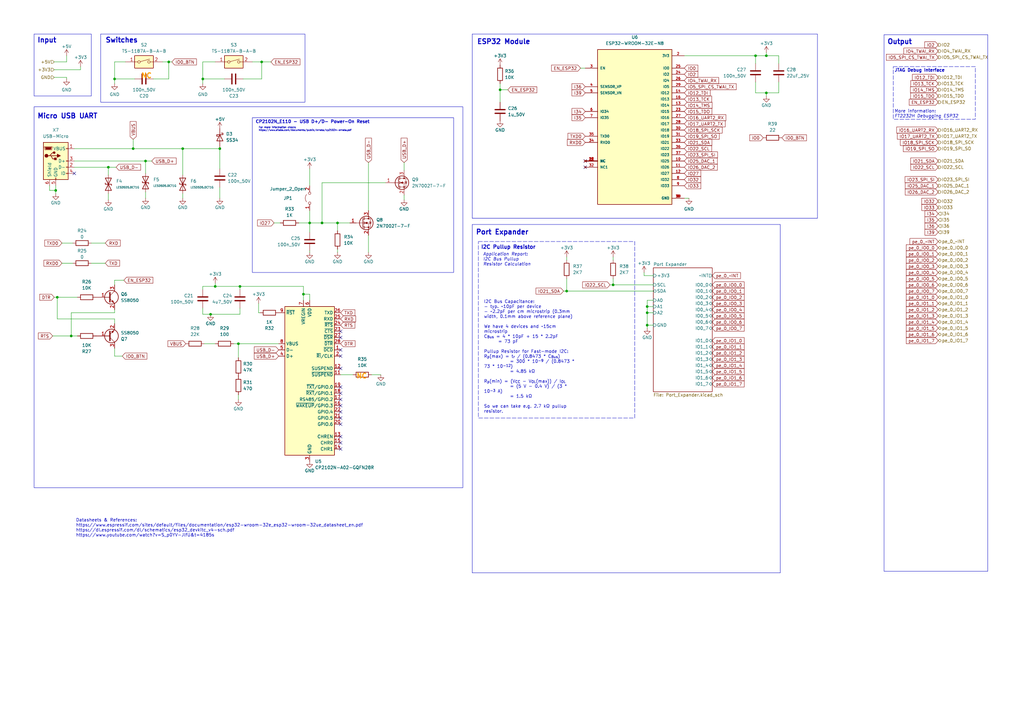
<source format=kicad_sch>
(kicad_sch (version 20231120) (generator "eeschema") (generator_version "8.0")
  (paper "A3")
  (junction (at 44.45 68.58))
  (junction (at 46.99 32.385))
  (junction (at 132.08 91.44))
  (junction (at 314.325 38.1))
  (junction (at 22.86 78.105))
  (junction (at 265.43 128.27))
  (junction (at 265.43 133.35))
  (junction (at 265.43 125.73))
  (junction (at 251.46 116.84))
  (junction (at 98.425 117.475))
  (junction (at 69.215 25.4))
  (junction (at 23.495 121.92))
  (junction (at 138.43 91.44))
  (junction (at 88.265 117.475))
  (junction (at 86.36 128.905))
  (junction (at 107.315 25.4))
  (junction (at 232.41 119.38))
  (junction (at 59.69 66.04))
  (junction (at 205.105 36.83))
  (junction (at 97.79 140.97))
  (junction (at 309.88 22.86))
  (junction (at 127 91.44))
  (junction (at 90.17 60.96))
  (junction (at 124.46 120.65))
  (junction (at 74.93 60.96))
  (junction (at 29.21 137.795))
  (junction (at 83.185 32.385))
  (junction (at 314.325 22.86))
  (junction (at 54.61 60.96))
  (no_connect (at 240.03 68.58))
  (no_connect (at 139.7 173.99))
  (no_connect (at 240.03 66.04))
  (no_connect (at 139.7 181.61))
  (no_connect (at 30.48 71.12))
  (no_connect (at 139.7 146.05))
  (no_connect (at 139.7 171.45))
  (no_connect (at 139.7 168.91))
  (no_connect (at 139.7 166.37))
  (no_connect (at 139.7 143.51))
  (no_connect (at 139.7 161.29))
  (no_connect (at 139.7 184.15))
  (no_connect (at 139.7 138.43))
  (no_connect (at 139.7 179.07))
  (no_connect (at 139.7 151.13))
  (no_connect (at 139.7 163.83))
  (no_connect (at 139.7 158.75))
  (no_connect (at 139.7 135.89))
  (wire (pts (xy 98.425 117.475) (xy 124.46 117.475)))
  (wire (pts (xy 265.43 125.73) (xy 265.43 128.27)))
  (wire (pts (xy 27.305 32.385) (xy 27.305 31.75)))
  (wire (pts (xy 124.46 120.65) (xy 127 120.65)))
  (wire (pts (xy 46.99 32.385) (xy 46.99 34.29)))
  (wire (pts (xy 90.17 60.96) (xy 90.17 60.325)))
  (wire (pts (xy 22.86 78.105) (xy 22.86 79.375)))
  (wire (pts (xy 205.105 36.83) (xy 205.105 41.91)))
  (wire (pts (xy 88.265 117.475) (xy 98.425 117.475)))
  (wire (pts (xy 232.41 105.41) (xy 232.41 106.68)))
  (wire (pts (xy 139.7 153.67) (xy 144.78 153.67)))
  (wire (pts (xy 124.46 117.475) (xy 124.46 120.65)))
  (wire (pts (xy 127 102.87) (xy 127 103.505)))
  (wire (pts (xy 27.305 31.75) (xy 22.225 31.75)))
  (wire (pts (xy 124.46 120.65) (xy 124.46 123.19)))
  (wire (pts (xy 265.43 128.27) (xy 265.43 133.35)))
  (wire (pts (xy 88.265 25.4) (xy 83.185 25.4)))
  (wire (pts (xy 98.425 128.905) (xy 98.425 126.365)))
  (wire (pts (xy 83.185 126.365) (xy 83.185 128.905)))
  (wire (pts (xy 314.325 38.1) (xy 314.325 39.37)))
  (wire (pts (xy 30.48 66.04) (xy 59.69 66.04)))
  (wire (pts (xy 21.59 137.795) (xy 29.21 137.795)))
  (wire (pts (xy 314.325 21.59) (xy 314.325 22.86)))
  (wire (pts (xy 280.67 22.86) (xy 309.88 22.86)))
  (wire (pts (xy 98.425 117.475) (xy 98.425 118.745)))
  (wire (pts (xy 22.86 76.2) (xy 22.86 78.105)))
  (wire (pts (xy 314.325 22.86) (xy 309.88 22.86)))
  (wire (pts (xy 29.21 128.27) (xy 29.21 137.795)))
  (wire (pts (xy 29.21 137.795) (xy 31.75 137.795)))
  (wire (pts (xy 27.305 25.4) (xy 27.305 22.86)))
  (wire (pts (xy 88.265 117.475) (xy 83.185 117.475)))
  (wire (pts (xy 143.51 91.44) (xy 138.43 91.44)))
  (wire (pts (xy 99.695 32.385) (xy 107.315 32.385)))
  (wire (pts (xy 127 120.65) (xy 127 123.19)))
  (wire (pts (xy 103.505 25.4) (xy 107.315 25.4)))
  (wire (pts (xy 97.79 140.97) (xy 114.3 140.97)))
  (wire (pts (xy 46.99 114.935) (xy 46.99 116.84)))
  (wire (pts (xy 90.17 76.835) (xy 90.17 81.28)))
  (wire (pts (xy 20.32 76.2) (xy 20.32 78.105)))
  (wire (pts (xy 165.735 69.85) (xy 165.735 66.675)))
  (wire (pts (xy 83.185 117.475) (xy 83.185 118.745)))
  (wire (pts (xy 66.675 25.4) (xy 69.215 25.4)))
  (wire (pts (xy 22.225 121.92) (xy 23.495 121.92)))
  (wire (pts (xy 127 91.44) (xy 127 95.25)))
  (wire (pts (xy 69.215 25.4) (xy 69.215 32.385)))
  (wire (pts (xy 69.215 25.4) (xy 70.485 25.4)))
  (wire (pts (xy 132.08 91.44) (xy 127 91.44)))
  (wire (pts (xy 280.67 81.28) (xy 282.575 81.28)))
  (wire (pts (xy 46.99 25.4) (xy 46.99 32.385)))
  (wire (pts (xy 59.69 78.74) (xy 59.69 81.28)))
  (wire (pts (xy 62.865 32.385) (xy 69.215 32.385)))
  (wire (pts (xy 309.88 38.1) (xy 309.88 33.655)))
  (wire (pts (xy 33.02 28.575) (xy 22.225 28.575)))
  (wire (pts (xy 232.41 119.38) (xy 267.97 119.38)))
  (wire (pts (xy 33.02 27.305) (xy 33.02 28.575)))
  (wire (pts (xy 59.69 71.12) (xy 59.69 66.04)))
  (wire (pts (xy 46.99 130.81) (xy 23.495 130.81)))
  (wire (pts (xy 54.61 60.96) (xy 74.93 60.96)))
  (wire (pts (xy 83.185 32.385) (xy 92.075 32.385)))
  (wire (pts (xy 264.16 111.76) (xy 264.16 113.03)))
  (wire (pts (xy 30.48 60.96) (xy 54.61 60.96)))
  (wire (pts (xy 30.48 68.58) (xy 44.45 68.58)))
  (wire (pts (xy 111.125 25.4) (xy 107.315 25.4)))
  (wire (pts (xy 251.46 105.41) (xy 251.46 106.68)))
  (wire (pts (xy 319.405 38.1) (xy 314.325 38.1)))
  (wire (pts (xy 37.465 107.95) (xy 43.18 107.95)))
  (wire (pts (xy 127 69.215) (xy 127 76.2)))
  (wire (pts (xy 74.93 79.375) (xy 74.93 81.28)))
  (wire (pts (xy 90.17 60.96) (xy 90.17 69.215)))
  (wire (pts (xy 46.99 127) (xy 46.99 128.27)))
  (wire (pts (xy 46.99 146.05) (xy 50.165 146.05)))
  (wire (pts (xy 319.405 26.035) (xy 319.405 22.86)))
  (wire (pts (xy 232.41 119.38) (xy 232.41 114.3)))
  (wire (pts (xy 44.45 79.375) (xy 44.45 81.915)))
  (wire (pts (xy 25.4 99.695) (xy 29.845 99.695)))
  (wire (pts (xy 251.46 116.84) (xy 250.19 116.84)))
  (wire (pts (xy 265.43 133.35) (xy 267.97 133.35)))
  (wire (pts (xy 158.115 74.93) (xy 132.08 74.93)))
  (wire (pts (xy 231.14 119.38) (xy 232.41 119.38)))
  (wire (pts (xy 314.325 38.1) (xy 309.88 38.1)))
  (wire (pts (xy 83.185 128.905) (xy 86.36 128.905)))
  (wire (pts (xy 152.4 153.67) (xy 156.21 153.67)))
  (wire (pts (xy 106.045 128.27) (xy 106.045 124.46)))
  (wire (pts (xy 132.08 91.44) (xy 138.43 91.44)))
  (wire (pts (xy 22.225 25.4) (xy 27.305 25.4)))
  (wire (pts (xy 95.885 140.97) (xy 97.79 140.97)))
  (wire (pts (xy 50.8 114.935) (xy 46.99 114.935)))
  (wire (pts (xy 46.99 142.875) (xy 46.99 146.05)))
  (wire (pts (xy 23.495 130.81) (xy 23.495 121.92)))
  (wire (pts (xy 107.315 25.4) (xy 107.315 32.385)))
  (wire (pts (xy 46.99 128.27) (xy 29.21 128.27)))
  (wire (pts (xy 205.105 34.29) (xy 205.105 36.83)))
  (wire (pts (xy 138.43 102.235) (xy 138.43 103.505)))
  (wire (pts (xy 208.28 36.83) (xy 205.105 36.83)))
  (wire (pts (xy 106.68 128.27) (xy 106.045 128.27)))
  (wire (pts (xy 25.4 107.95) (xy 29.845 107.95)))
  (wire (pts (xy 51.435 25.4) (xy 46.99 25.4)))
  (wire (pts (xy 319.405 33.655) (xy 319.405 38.1)))
  (wire (pts (xy 264.16 113.03) (xy 267.97 113.03)))
  (wire (pts (xy 74.93 60.96) (xy 74.93 71.755)))
  (wire (pts (xy 151.13 96.52) (xy 151.13 103.505)))
  (wire (pts (xy 238.125 27.94) (xy 240.03 27.94)))
  (wire (pts (xy 267.97 128.27) (xy 265.43 128.27)))
  (wire (pts (xy 20.32 78.105) (xy 22.86 78.105)))
  (wire (pts (xy 59.69 66.04) (xy 62.23 66.04)))
  (wire (pts (xy 46.99 132.715) (xy 46.99 130.81)))
  (wire (pts (xy 265.43 134.62) (xy 265.43 133.35)))
  (wire (pts (xy 23.495 121.92) (xy 31.75 121.92)))
  (wire (pts (xy 151.13 86.36) (xy 151.13 66.675)))
  (wire (pts (xy 319.405 22.86) (xy 314.325 22.86)))
  (wire (pts (xy 37.465 99.695) (xy 43.18 99.695)))
  (wire (pts (xy 55.245 32.385) (xy 46.99 32.385)))
  (wire (pts (xy 97.79 140.97) (xy 97.79 146.685)))
  (wire (pts (xy 83.185 25.4) (xy 83.185 32.385)))
  (wire (pts (xy 44.45 68.58) (xy 47.625 68.58)))
  (wire (pts (xy 88.265 116.205) (xy 88.265 117.475)))
  (wire (pts (xy 309.88 22.86) (xy 309.88 26.035)))
  (wire (pts (xy 251.46 114.3) (xy 251.46 116.84)))
  (wire (pts (xy 122.555 91.44) (xy 127 91.44)))
  (wire (pts (xy 251.46 116.84) (xy 267.97 116.84)))
  (wire (pts (xy 83.185 32.385) (xy 83.185 34.29)))
  (wire (pts (xy 54.61 57.15) (xy 54.61 60.96)))
  (wire (pts (xy 132.08 74.93) (xy 132.08 91.44)))
  (wire (pts (xy 127 86.36) (xy 127 91.44)))
  (wire (pts (xy 138.43 91.44) (xy 138.43 94.615)))
  (wire (pts (xy 44.45 71.755) (xy 44.45 68.58)))
  (wire (pts (xy 97.79 163.83) (xy 97.79 161.925)))
  (wire (pts (xy 265.43 123.19) (xy 265.43 125.73)))
  (wire (pts (xy 267.97 123.19) (xy 265.43 123.19)))
  (wire (pts (xy 74.93 60.96) (xy 90.17 60.96)))
  (wire (pts (xy 83.82 140.97) (xy 88.265 140.97)))
  (wire (pts (xy 165.735 81.915) (xy 165.735 80.01)))
  (wire (pts (xy 112.395 91.44) (xy 114.935 91.44)))
  (wire (pts (xy 86.36 128.905) (xy 98.425 128.905)))
  (wire (pts (xy 267.97 125.73) (xy 265.43 125.73)))
  (rectangle (start 193.675 92.075) (end 320.04 234.95))
  (rectangle (start 366.395 27.305) (end 400.05 48.895) (stroke (width 0) (type dash)))
  (rectangle (start 196.215 99.06) (end 260.35 171.45) (stroke (width 0) (type dash)))
  (rectangle (start 362.585 14.224) (end 405.13 234.315))
  (rectangle (start 13.97 13.97) (end 37.465 39.37))
  (rectangle (start 103.505 48.26) (end 186.055 111.76))
  (rectangle (start 13.97 43.815) (end 189.865 200.025))
  (rectangle (start 193.675 13.97) (end 335.28 89.535))
  (rectangle (start 41.275 13.97) (end 125.095 41.91))
  (text_box "I2C Bus Capacitance:\n- typ. ~10pF per device \n- ~2.2pF per cm microstrip (0.3mm width, 0.1mm above reference plane)\n\nWe have 4 devices and ~15cm microstrip\nC_{Bus} = 4 * 10pF + 15 * 2.2pF\n      = 73 pF\n\nPullup Resistor for Fast-mode I2C:\nR_{p}(max) = t_{r} / (0.8473 * C_{Bus})\n           = 300 * 10^{-9} / (0.8473 * 73 * 10^{-12})\n           = 4.85 kΩ\n\nR_{p}(min) = (V_{CC} - V_{OL}(max)) / I_{OL}\n           = (5 V - 0.4 V) / (3 * 10^{-3} A)\n           = 1.5 kΩ\n\nSo we can take e.g. 2.7 kΩ pullup resistor." (at 197.485 121.92 0) (size 40.64 42.291) (stroke (width -0.0001)) (effects (font (size 1.27 1.27)) (justify left top)))
  (text "Application Report:\nI2C Bus Pullup \nResistor Calculation" (at 198.12 106.426 0) (effects (font (size 1.27 1.27) (italic yes)) (justify left)))
  (text "More information:\n" (at 375.412 45.72 0) (effects (font (size 1.27 1.27))))
  (text "Port Expander" (at 195.072 96.52 0) (effects (font (size 2 2) (bold yes)) (justify left bottom)))
  (text "NC" (at 146.05 155.575 0) (effects (font (size 2 2) (thickness 0.4) (bold yes)) (justify left bottom)))
  (text "For more information check:\nhttps://www.silabs.com/documents/public/errata/cp2102n-errata.pdf" (at 106.045 53.975 0) (effects (font (size 0.7 0.7)) (justify left bottom)))
  (text "Datasheets & References:\nhttps://www.espressif.com/sites/default/files/documentation/esp32-wroom-32e_esp32-wroom-32ue_datasheet_en.pdf\nhttps://dl.espressif.com/dl/schematics/esp32_devkitc_v4-sch.pdf\nhttps://www.youtube.com/watch?v=S_p0YV-JlfU&t=4185s" (at 31.115 220.345 0) (effects (font (size 1.27 1.27)) (justify left bottom)))
  (text "I2C Pullup Resistor" (at 197.231 102.362 0) (effects (font (size 1.5 1.5) (bold yes)) (justify left bottom)))
  (text "Switches" (at 43.18 17.78 0) (effects (font (size 2 2) (thickness 0.4) (bold yes)) (justify left bottom)))
  (text "Micro USB UART" (at 15.24 48.895 0) (effects (font (size 2 2) (bold yes)) (justify left bottom)))
  (text "ESP32 Module" (at 195.58 18.415 0) (effects (font (size 2 2) (bold yes)) (justify left bottom)))
  (text "CP2102N_E110 - USB D+/D- Power-On Reset" (at 104.775 50.8 0) (effects (font (size 1.27 1.27) (thickness 0.254) (bold yes)) (justify left bottom)))
  (text "NC" (at 57.785 32.385 0) (effects (font (size 2 2) (thickness 0.4) (bold yes)) (justify left bottom)))
  (text "Output" (at 363.855 18.415 0) (effects (font (size 2 2) (thickness 0.4) (bold yes)) (justify left bottom)))
  (text "JTAG Debug Interface" (at 377.19 28.956 0) (effects (font (size 1.27 1.27) (thickness 0.254) (bold yes))))
  (text "FT2232H Debugging ESP32" (at 379.984 47.752 0) (effects (font (size 1.27 1.27) (italic yes))))
  (text "Input" (at 15.24 17.78 0) (effects (font (size 2 2) (thickness 0.4) (bold yes)) (justify left bottom)))
  (global_label "pe_0_IO0_6" (shape input) (at 384.81 116.84 180) (property "Intersheetrefs" "${INTERSHEET_REFS}" (effects (hide yes))))
  (global_label "IO22_SCL" (shape input) (at 280.67 60.96 0) (property "Intersheetrefs" "${INTERSHEET_REFS}" (effects (hide yes))))
  (global_label "IO5_SPI_CS_TWAI_TX" (shape input) (at 384.81 23.495 180) (property "Intersheetrefs" "${INTERSHEET_REFS}" (effects (hide yes))))
  (global_label "RTS" (shape input) (at 21.59 137.795 180) (property "Intersheetrefs" "${INTERSHEET_REFS}" (effects (hide yes))))
  (global_label "IO22_SCL" (shape input) (at 250.19 116.84 180) (property "Intersheetrefs" "${INTERSHEET_REFS}" (effects (hide yes))))
  (global_label "USB_D-" (shape input) (at 114.3 143.51 180) (property "Intersheetrefs" "${INTERSHEET_REFS}" (effects (hide yes))))
  (global_label "I35" (shape input) (at 240.03 48.26 180) (property "Intersheetrefs" "${INTERSHEET_REFS}" (effects (hide yes))))
  (global_label "IO0_BTN" (shape input) (at 70.485 25.4 0) (property "Intersheetrefs" "${INTERSHEET_REFS}" (effects (hide yes))))
  (global_label "USB_D+" (shape input) (at 62.23 66.04 0) (property "Intersheetrefs" "${INTERSHEET_REFS}" (effects (hide yes))))
  (global_label "pe_0_IO0_1" (shape input) (at 384.81 104.14 180) (property "Intersheetrefs" "${INTERSHEET_REFS}" (effects (hide yes))))
  (global_label "IO2" (shape input) (at 280.67 30.48 0) (property "Intersheetrefs" "${INTERSHEET_REFS}" (effects (hide yes))))
  (global_label "pe_0_IO0_2" (shape input) (at 384.81 106.68 180) (property "Intersheetrefs" "${INTERSHEET_REFS}" (effects (hide yes))))
  (global_label "IO13_TCK" (shape input) (at 280.67 40.64 0) (property "Intersheetrefs" "${INTERSHEET_REFS}" (effects (hide yes))))
  (global_label "IO16_UART2_RX" (shape input) (at 384.81 53.34 180) (property "Intersheetrefs" "${INTERSHEET_REFS}" (effects (hide yes))))
  (global_label "IO19_SPI_SO" (shape input) (at 384.81 60.96 180) (property "Intersheetrefs" "${INTERSHEET_REFS}" (effects (hide yes))))
  (global_label "I34" (shape input) (at 240.03 45.72 180) (property "Intersheetrefs" "${INTERSHEET_REFS}" (effects (hide yes))))
  (global_label "TXD0" (shape input) (at 25.4 99.695 180) (property "Intersheetrefs" "${INTERSHEET_REFS}" (effects (hide yes))))
  (global_label "IO0" (shape input) (at 313.055 56.515 180) (property "Intersheetrefs" "${INTERSHEET_REFS}" (effects (hide yes))))
  (global_label "pe_0_IO0_5" (shape input) (at 384.81 114.3 180) (property "Intersheetrefs" "${INTERSHEET_REFS}" (effects (hide yes))))
  (global_label "pe_0_IO1_4" (shape input) (at 384.81 132.08 180) (property "Intersheetrefs" "${INTERSHEET_REFS}" (effects (hide yes))))
  (global_label "pe_0_IO0_2" (shape input) (at 292.1 121.92 0) (property "Intersheetrefs" "${INTERSHEET_REFS}" (effects (hide yes))))
  (global_label "pe_0_IO1_6" (shape input) (at 292.1 154.94 0) (property "Intersheetrefs" "${INTERSHEET_REFS}" (effects (hide yes))))
  (global_label "IO5_SPI_CS_TWAI_TX" (shape input) (at 280.67 35.56 0) (property "Intersheetrefs" "${INTERSHEET_REFS}" (effects (hide yes))))
  (global_label "IO14_TMS" (shape input) (at 280.67 43.18 0) (property "Intersheetrefs" "${INTERSHEET_REFS}" (effects (hide yes))))
  (global_label "IO23_SPI_SI" (shape input) (at 280.67 63.5 0) (property "Intersheetrefs" "${INTERSHEET_REFS}" (effects (hide yes))))
  (global_label "IO19_SPI_SO" (shape input) (at 280.67 55.88 0) (property "Intersheetrefs" "${INTERSHEET_REFS}" (effects (hide yes))))
  (global_label "IO0_BTN" (shape input) (at 320.675 56.515 0) (property "Intersheetrefs" "${INTERSHEET_REFS}" (effects (hide yes))))
  (global_label "USB_D-" (shape input) (at 47.625 68.58 0) (property "Intersheetrefs" "${INTERSHEET_REFS}" (effects (hide yes))))
  (global_label "USB_D+" (shape input) (at 165.735 66.675 90) (property "Intersheetrefs" "${INTERSHEET_REFS}" (effects (hide yes))))
  (global_label "IO32" (shape input) (at 384.81 82.55 180) (property "Intersheetrefs" "${INTERSHEET_REFS}" (effects (hide yes))))
  (global_label "RTS" (shape input) (at 139.7 133.35 0) (property "Intersheetrefs" "${INTERSHEET_REFS}" (effects (hide yes))))
  (global_label "pe_0_IO0_3" (shape input) (at 384.81 109.22 180) (property "Intersheetrefs" "${INTERSHEET_REFS}" (effects (hide yes))))
  (global_label "IO16_UART2_RX" (shape input) (at 280.67 48.26 0) (property "Intersheetrefs" "${INTERSHEET_REFS}" (effects (hide yes))))
  (global_label "TXD" (shape input) (at 43.18 107.95 0) (property "Intersheetrefs" "${INTERSHEET_REFS}" (effects (hide yes))))
  (global_label "IO26_DAC_2" (shape input) (at 384.81 78.74 180) (property "Intersheetrefs" "${INTERSHEET_REFS}" (effects (hide yes))))
  (global_label "IO13_TCK" (shape input) (at 384.81 34.29 180) (property "Intersheetrefs" "${INTERSHEET_REFS}" (effects (hide yes))))
  (global_label "IO33" (shape input) (at 280.67 76.2 0) (property "Intersheetrefs" "${INTERSHEET_REFS}" (effects (hide yes))))
  (global_label "IO15_TDO" (shape input) (at 280.67 45.72 0) (property "Intersheetrefs" "${INTERSHEET_REFS}" (effects (hide yes))))
  (global_label "IO21_SDA" (shape input) (at 231.14 119.38 180) (property "Intersheetrefs" "${INTERSHEET_REFS}" (effects (hide yes))))
  (global_label "EN_ESP32" (shape input) (at 238.125 27.94 180) (property "Intersheetrefs" "${INTERSHEET_REFS}" (effects (hide yes))))
  (global_label "pe_0_IO1_7" (shape input) (at 292.1 157.48 0) (property "Intersheetrefs" "${INTERSHEET_REFS}" (effects (hide yes))))
  (global_label "pe_0_IO0_1" (shape input) (at 292.1 119.38 0) (property "Intersheetrefs" "${INTERSHEET_REFS}" (effects (hide yes))))
  (global_label "pe_0_IO1_3" (shape input) (at 292.1 147.32 0) (property "Intersheetrefs" "${INTERSHEET_REFS}" (effects (hide yes))))
  (global_label "EN_ESP32" (shape input) (at 111.125 25.4 0) (property "Intersheetrefs" "${INTERSHEET_REFS}" (effects (hide yes))))
  (global_label "IO25_DAC_1" (shape input) (at 384.81 76.2 180) (property "Intersheetrefs" "${INTERSHEET_REFS}" (effects (hide yes))))
  (global_label "IO4_TWAI_RX" (shape input) (at 384.81 20.955 180) (property "Intersheetrefs" "${INTERSHEET_REFS}" (effects (hide yes))))
  (global_label "TXD" (shape input) (at 139.7 128.27 0) (property "Intersheetrefs" "${INTERSHEET_REFS}" (effects (hide yes))))
  (global_label "IO17_UART2_TX" (shape input) (at 384.81 55.88 180) (property "Intersheetrefs" "${INTERSHEET_REFS}" (effects (hide yes))))
  (global_label "IO17_UART2_TX" (shape input) (at 280.67 50.8 0) (property "Intersheetrefs" "${INTERSHEET_REFS}" (effects (hide yes))))
  (global_label "pe_0_IO0_6" (shape input) (at 292.1 132.08 0) (property "Intersheetrefs" "${INTERSHEET_REFS}" (effects (hide yes))))
  (global_label "RXD0" (shape input) (at 240.03 58.42 180) (property "Intersheetrefs" "${INTERSHEET_REFS}" (effects (hide yes))))
  (global_label "USB_D+" (shape input) (at 114.3 146.05 180) (property "Intersheetrefs" "${INTERSHEET_REFS}" (effects (hide yes))))
  (global_label "RXD" (shape input) (at 139.7 130.81 0) (property "Intersheetrefs" "${INTERSHEET_REFS}" (effects (hide yes))))
  (global_label "I35" (shape input) (at 384.81 90.17 180) (property "Intersheetrefs" "${INTERSHEET_REFS}" (effects (hide yes))))
  (global_label "EN_ESP32" (shape input) (at 50.8 114.935 0) (property "Intersheetrefs" "${INTERSHEET_REFS}" (effects (hide yes))))
  (global_label "IO0" (shape input) (at 280.67 27.94 0) (property "Intersheetrefs" "${INTERSHEET_REFS}" (effects (hide yes))))
  (global_label "IO2" (shape input) (at 384.81 18.415 180) (property "Intersheetrefs" "${INTERSHEET_REFS}" (effects (hide yes))))
  (global_label "pe_0_IO1_1" (shape input) (at 292.1 142.24 0) (property "Intersheetrefs" "${INTERSHEET_REFS}" (effects (hide yes))))
  (global_label "EN_ESP32" (shape input) (at 384.81 41.91 180) (property "Intersheetrefs" "${INTERSHEET_REFS}" (effects (hide yes))))
  (global_label "pe_0_IO0_0" (shape input) (at 292.1 116.84 0) (property "Intersheetrefs" "${INTERSHEET_REFS}" (effects (hide yes))))
  (global_label "IO0_BTN" (shape input) (at 50.165 146.05 0) (property "Intersheetrefs" "${INTERSHEET_REFS}" (effects (hide yes))))
  (global_label "pe_0_IO1_0" (shape input) (at 384.81 121.92 180) (property "Intersheetrefs" "${INTERSHEET_REFS}" (effects (hide yes))))
  (global_label "VBUS" (shape input) (at 54.61 57.15 90) (property "Intersheetrefs" "${INTERSHEET_REFS}" (effects (hide yes))))
  (global_label "I34" (shape input) (at 384.81 87.63 180) (property "Intersheetrefs" "${INTERSHEET_REFS}" (effects (hide yes))))
  (global_label "pe_0_IO1_3" (shape input) (at 384.81 129.54 180) (property "Intersheetrefs" "${INTERSHEET_REFS}" (effects (hide yes))))
  (global_label "pe_0_IO1_2" (shape input) (at 384.81 127 180) (property "Intersheetrefs" "${INTERSHEET_REFS}" (effects (hide yes))))
  (global_label "IO18_SPI_SCK" (shape input) (at 280.67 53.34 0) (property "Intersheetrefs" "${INTERSHEET_REFS}" (effects (hide yes))))
  (global_label "IO27" (shape input) (at 112.395 91.44 180) (property "Intersheetrefs" "${INTERSHEET_REFS}" (effects (hide yes))))
  (global_label "pe_0_IO1_5" (shape input) (at 292.1 152.4 0) (property "Intersheetrefs" "${INTERSHEET_REFS}" (effects (hide yes))))
  (global_label "pe_0_IO0_7" (shape input) (at 292.1 134.62 0) (property "Intersheetrefs" "${INTERSHEET_REFS}" (effects (hide yes))))
  (global_label "I36" (shape input) (at 384.81 92.71 180) (property "Intersheetrefs" "${INTERSHEET_REFS}" (effects (hide yes))))
  (global_label "IO12_TDI" (shape input) (at 280.67 38.1 0) (property "Intersheetrefs" "${INTERSHEET_REFS}" (effects (hide yes))))
  (global_label "pe_0_IO1_1" (shape input) (at 384.81 124.46 180) (property "Intersheetrefs" "${INTERSHEET_REFS}" (effects (hide yes))))
  (global_label "IO4_TWAI_RX" (shape input) (at 280.67 33.02 0) (property "Intersheetrefs" "${INTERSHEET_REFS}" (effects (hide yes))))
  (global_label "VBUS" (shape input) (at 76.2 140.97 180) (property "Intersheetrefs" "${INTERSHEET_REFS}" (effects (hide yes))))
  (global_label "I39" (shape input) (at 384.81 95.25 180) (property "Intersheetrefs" "${INTERSHEET_REFS}" (effects (hide yes))))
  (global_label "IO21_SDA" (shape input) (at 280.67 58.42 0) (property "Intersheetrefs" "${INTERSHEET_REFS}" (effects (hide yes))))
  (global_label "pe_0_IO1_2" (shape input) (at 292.1 144.78 0) (property "Intersheetrefs" "${INTERSHEET_REFS}" (effects (hide yes))))
  (global_label "pe_0_~INT" (shape input) (at 292.1 113.03 0) (property "Intersheetrefs" "${INTERSHEET_REFS}" (effects (hide yes))))
  (global_label "pe_0_IO0_4" (shape input) (at 384.81 111.76 180) (property "Intersheetrefs" "${INTERSHEET_REFS}" (effects (hide yes))))
  (global_label "pe_0_IO0_7" (shape input) (at 384.81 119.38 180) (property "Intersheetrefs" "${INTERSHEET_REFS}" (effects (hide yes))))
  (global_label "IO12_TDI" (shape input) (at 384.81 31.75 180) (property "Intersheetrefs" "${INTERSHEET_REFS}" (effects (hide yes))))
  (global_label "pe_0_IO1_5" (shape input) (at 384.81 134.62 180) (property "Intersheetrefs" "${INTERSHEET_REFS}" (effects (hide yes))))
  (global_label "pe_0_IO0_5" (shape input) (at 292.1 129.54 0) (property "Intersheetrefs" "${INTERSHEET_REFS}" (effects (hide yes))))
  (global_label "pe_0_IO1_4" (shape input) (at 292.1 149.86 0) (property "Intersheetrefs" "${INTERSHEET_REFS}" (effects (hide yes))))
  (global_label "pe_0_IO1_0" (shape input) (at 292.1 139.7 0) (property "Intersheetrefs" "${INTERSHEET_REFS}" (effects (hide yes))))
  (global_label "IO23_SPI_SI" (shape input) (at 384.81 73.66 180) (property "Intersheetrefs" "${INTERSHEET_REFS}" (effects (hide yes))))
  (global_label "IO15_TDO" (shape input) (at 384.81 39.37 180) (property "Intersheetrefs" "${INTERSHEET_REFS}" (effects (hide yes))))
  (global_label "IO22_SCL" (shape input) (at 384.81 68.58 180) (property "Intersheetrefs" "${INTERSHEET_REFS}" (effects (hide yes))))
  (global_label "IO26_DAC_2" (shape input) (at 280.67 68.58 0) (property "Intersheetrefs" "${INTERSHEET_REFS}" (effects (hide yes))))
  (global_label "IO33" (shape input) (at 384.81 85.09 180) (property "Intersheetrefs" "${INTERSHEET_REFS}" (effects (hide yes))))
  (global_label "RXD" (shape input) (at 43.18 99.695 0) (property "Intersheetrefs" "${INTERSHEET_REFS}" (effects (hide yes))))
  (global_label "DTR" (shape input) (at 139.7 140.97 0) (property "Intersheetrefs" "${INTERSHEET_REFS}" (effects (hide yes))))
  (global_label "IO27" (shape input) (at 280.67 71.12 0) (property "Intersheetrefs" "${INTERSHEET_REFS}" (effects (hide yes))))
  (global_label "pe_0_~INT" (shape input) (at 384.81 99.06 180) (property "Intersheetrefs" "${INTERSHEET_REFS}" (effects (hide yes))))
  (global_label "RXD0" (shape input) (at 25.4 107.95 180) (property "Intersheetrefs" "${INTERSHEET_REFS}" (effects (hide yes))))
  (global_label "pe_0_IO1_7" (shape input) (at 384.81 139.7 180) (property "Intersheetrefs" "${INTERSHEET_REFS}" (effects (hide yes))))
  (global_label "I36" (shape input) (at 240.03 35.56 180) (property "Intersheetrefs" "${INTERSHEET_REFS}" (effects (hide yes))))
  (global_label "I39" (shape input) (at 240.03 38.1 180) (property "Intersheetrefs" "${INTERSHEET_REFS}" (effects (hide yes))))
  (global_label "USB_D-" (shape input) (at 151.13 66.675 90) (property "Intersheetrefs" "${INTERSHEET_REFS}" (effects (hide yes))))
  (global_label "pe_0_IO1_6" (shape input) (at 384.81 137.16 180) (property "Intersheetrefs" "${INTERSHEET_REFS}" (effects (hide yes))))
  (global_label "DTR" (shape input) (at 22.225 121.92 180) (property "Intersheetrefs" "${INTERSHEET_REFS}" (effects (hide yes))))
  (global_label "IO25_DAC_1" (shape input) (at 280.67 66.04 0) (property "Intersheetrefs" "${INTERSHEET_REFS}" (effects (hide yes))))
  (global_label "EN_ESP32" (shape input) (at 208.28 36.83 0) (property "Intersheetrefs" "${INTERSHEET_REFS}" (effects (hide yes))))
  (global_label "IO21_SDA" (shape input) (at 384.81 66.04 180) (property "Intersheetrefs" "${INTERSHEET_REFS}" (effects (hide yes))))
  (global_label "pe_0_IO0_0" (shape input) (at 384.81 101.6 180) (property "Intersheetrefs" "${INTERSHEET_REFS}" (effects (hide yes))))
  (global_label "IO14_TMS" (shape input) (at 384.81 36.83 180) (property "Intersheetrefs" "${INTERSHEET_REFS}" (effects (hide yes))))
  (global_label "pe_0_IO0_4" (shape input) (at 292.1 127 0) (property "Intersheetrefs" "${INTERSHEET_REFS}" (effects (hide yes))))
  (global_label "pe_0_IO0_3" (shape input) (at 292.1 124.46 0) (property "Intersheetrefs" "${INTERSHEET_REFS}" (effects (hide yes))))
  (global_label "IO32" (shape input) (at 280.67 73.66 0) (property "Intersheetrefs" "${INTERSHEET_REFS}" (effects (hide yes))))
  (global_label "IO18_SPI_SCK" (shape input) (at 384.81 58.42 180) (property "Intersheetrefs" "${INTERSHEET_REFS}" (effects (hide yes))))
  (global_label "TXD0" (shape input) (at 240.03 55.88 180) (property "Intersheetrefs" "${INTERSHEET_REFS}" (effects (hide yes))))
  (hierarchical_label "IO33" (shape output) (at 384.81 85.09 0))
  (hierarchical_label "IO21_SDA" (shape output) (at 384.81 66.04 0))
  (hierarchical_label "pe_0_IO1_5" (shape bidirectional) (at 384.81 134.62 0))
  (hierarchical_label "I39" (shape input) (at 384.81 95.25 0))
  (hierarchical_label "IO32" (shape output) (at 384.81 82.55 0))
  (hierarchical_label "IO2" (shape output) (at 384.81 18.415 0))
  (hierarchical_label "+5V" (shape input) (at 22.225 25.4 180))
  (hierarchical_label "pe_0_~INT" (shape bidirectional) (at 384.81 99.06 0))
  (hierarchical_label "IO26_DAC_2" (shape output) (at 384.81 78.74 0))
  (hierarchical_label "pe_0_IO1_0" (shape bidirectional) (at 384.81 121.92 0))
  (hierarchical_label "pe_0_IO1_6" (shape bidirectional) (at 384.81 137.16 0))
  (hierarchical_label "I36" (shape input) (at 384.81 92.71 0))
  (hierarchical_label "+3V3" (shape input) (at 22.225 28.575 180))
  (hierarchical_label "IO12_TDI" (shape output) (at 384.81 31.75 0))
  (hierarchical_label "pe_0_IO0_1" (shape bidirectional) (at 384.81 104.14 0))
  (hierarchical_label "pe_0_IO0_4" (shape bidirectional) (at 384.81 111.76 0))
  (hierarchical_label "I34" (shape input) (at 384.81 87.63 0))
  (hierarchical_label "IO17_UART2_TX" (shape output) (at 384.81 55.88 0))
  (hierarchical_label "pe_0_IO0_5" (shape bidirectional) (at 384.81 114.3 0))
  (hierarchical_label "pe_0_IO0_6" (shape bidirectional) (at 384.81 116.84 0))
  (hierarchical_label "pe_0_IO1_2" (shape bidirectional) (at 384.81 127 0))
  (hierarchical_label "IO4_TWAI_RX" (shape output) (at 384.81 20.955 0))
  (hierarchical_label "IO19_SPI_SO" (shape output) (at 384.81 60.96 0))
  (hierarchical_label "IO13_TCK" (shape output) (at 384.81 34.29 0))
  (hierarchical_label "I35" (shape input) (at 384.81 90.17 0))
  (hierarchical_label "IO16_UART2_RX" (shape output) (at 384.81 53.34 0))
  (hierarchical_label "pe_0_IO1_3" (shape bidirectional) (at 384.81 129.54 0))
  (hierarchical_label "pe_0_IO1_7" (shape bidirectional) (at 384.81 139.7 0))
  (hierarchical_label "IO15_TDO" (shape output) (at 384.81 39.37 0))
  (hierarchical_label "GND" (shape input) (at 22.225 31.75 180))
  (hierarchical_label "pe_0_IO0_3" (shape bidirectional) (at 384.81 109.22 0))
  (hierarchical_label "IO25_DAC_1" (shape output) (at 384.81 76.2 0))
  (hierarchical_label "EN_ESP32" (shape output) (at 384.81 41.91 0))
  (hierarchical_label "pe_0_IO0_0" (shape bidirectional) (at 384.81 101.6 0))
  (hierarchical_label "pe_0_IO0_2" (shape bidirectional) (at 384.81 106.68 0))
  (hierarchical_label "pe_0_IO1_4" (shape bidirectional) (at 384.81 132.08 0))
  (hierarchical_label "pe_0_IO1_1" (shape bidirectional) (at 384.81 124.46 0))
  (hierarchical_label "IO22_SCL" (shape output) (at 384.81 68.58 0))
  (hierarchical_label "IO23_SPI_SI" (shape output) (at 384.81 73.66 0))
  (hierarchical_label "pe_0_IO0_7" (shape bidirectional) (at 384.81 119.38 0))
  (hierarchical_label "IO18_SPI_SCK" (shape output) (at 384.81 58.42 0))
  (hierarchical_label "IO14_TMS" (shape output) (at 384.81 36.83 0))
  (hierarchical_label "IO5_SPI_CS_TWAI_TX" (shape output) (at 384.81 23.495 0))
  (symbol (lib_id "_R_0402:10K") (at 205.105 30.48 0) (unit 1)
    (property "Reference" "R36" (at 207.01 29.21 0) (effects (justify left)))
    (property "Value" "10K" (at 207.01 31.75 0) (effects (justify left)))
    (property "Footprint" "Resistor_SMD:R_0402_1005Metric" (effects (hide yes)))
    (property "MF" "UNI-ROYAL" (effects (hide yes)))
    (property "MPN" "0402WGF1002TCE" (effects (hide yes)))
    (property "OC_LCSC" "C25744" (effects (hide yes)))
  )
  (symbol (lib_id "power:+5V") (at 90.17 52.705 0) (unit 1)
    (property "Reference" "#PWR087" (effects (hide yes)))
    (property "Value" "+5V" (at 90.17 48.895 0))
  )
  (symbol (lib_id "_R_0402:22K") (at 80.01 140.97 90) (unit 1)
    (property "Reference" "R28" (at 80.01 134.62 90))
    (property "Value" "22K" (at 80.01 137.16 90))
    (property "Footprint" "Resistor_SMD:R_0402_1005Metric" (effects (hide yes)))
    (property "MF" "UNI-ROYAL" (effects (hide yes)))
    (property "MPN" "0402WGF2202TCE" (effects (hide yes)))
    (property "OC_LCSC" "C25768" (effects (hide yes)))
  )
  (symbol (lib_id "_R_0603:2K7") (at 232.41 110.49 0) (unit 1)
    (property "Reference" "R37" (at 234.95 109.2199 0) (effects (justify left)))
    (property "Value" "2K7" (at 234.95 111.7599 0) (effects (justify left)))
    (property "Footprint" "Resistor_SMD:R_0603_1608Metric" (effects (hide yes)))
    (property "Description" "Resistor 2K7 1% 100mW 75V 0603" (effects (hide yes)))
    (property "MF" "UNI-ROYAL" (effects (hide yes)))
    (property "MPN" "0603WAF2701T5E" (effects (hide yes)))
    (property "OC_LCSC" "C13167" (effects (hide yes)))
  )
  (symbol (lib_id "_C_0402:100n_50V") (at 59.055 32.385 90) (unit 1) (in_bom no)
    (property "Reference" "C20" (at 59.055 39.37 90))
    (property "Value" "100n_50V" (at 59.055 36.83 90))
    (property "Footprint" "Capacitor_SMD:C_0402_1005Metric" (effects (hide yes)))
    (property "Datasheet" "https://product.samsungsem.com/mlcc/CL05B104KB54PN.do" (effects (hide yes)))
    (property "MF" "Samsung Electro-Mechanics" (effects (hide yes)))
    (property "MPN" "CL05B104KB54PNC" (effects (hide yes)))
    (property "OC_LCSC" "C307331" (effects (hide yes)))
  )
  (symbol (lib_id "power:GND") (at 151.13 103.505 0) (unit 1)
    (property "Reference" "#PWR095" (effects (hide yes)))
    (property "Value" "GND" (at 151.13 107.315 0))
  )
  (symbol (lib_id "power:GND") (at 282.575 81.28 0) (unit 1)
    (property "Reference" "#PWR0104" (effects (hide yes)))
    (property "Value" "GND" (at 282.575 85.725 0))
  )
  (symbol (lib_id "power:+3V3") (at 205.105 26.67 0) (unit 1)
    (property "Reference" "#PWR098" (effects (hide yes)))
    (property "Value" "+3V3" (at 205.105 22.86 0))
  )
  (symbol (lib_id "_C_1206:4u7_50V") (at 98.425 122.555 0) (mirror y) (unit 1)
    (property "Reference" "C24" (at 95.25 121.285 0) (effects (justify left)))
    (property "Value" "4u7_50V" (at 95.25 123.825 0) (effects (justify left)))
    (property "Footprint" "Capacitor_SMD:C_1206_3216Metric" (effects (hide yes)))
    (property "MF" "FH" (effects (hide yes)))
    (property "MPN" "1206B475K500NT" (effects (hide yes)))
    (property "OC_LCSC" "C29823" (effects (hide yes)))
  )
  (symbol (lib_id "_C_0402:100n_50V") (at 127 99.06 0) (mirror y) (unit 1)
    (property "Reference" "C25" (at 123.19 97.79 0) (effects (justify left)))
    (property "Value" "100n_50V" (at 123.19 100.33 0) (effects (justify left)))
    (property "Footprint" "Capacitor_SMD:C_0402_1005Metric" (effects (hide yes)))
    (property "Datasheet" "https://product.samsungsem.com/mlcc/CL05B104KB54PN.do" (effects (hide yes)))
    (property "MF" "Samsung Electro-Mechanics" (effects (hide yes)))
    (property "MPN" "CL05B104KB54PNC" (effects (hide yes)))
    (property "OC_LCSC" "C307331" (effects (hide yes)))
  )
  (symbol (lib_id "_Switch:TS-1187A-B-A-B") (at 95.885 25.4 0) (unit 1)
    (property "Reference" "S3" (at 95.885 18.415 0))
    (property "Value" "TS-1187A-B-A-B" (at 95.885 20.955 0))
    (property "Footprint" "Robast:SW_TS-1187" (effects (hide yes)))
    (property "Datasheet" "https://datasheet.lcsc.com/lcsc/2304140030_XKB-Connectivity-TS-1187A-B-A-B_C318884.pdf" (effects (hide yes)))
    (property "MF" "XKB Connectivity" (effects (hide yes)))
    (property "MPN" "TS-1187A-B-A-B" (effects (hide yes)))
    (property "OC_LCSC" "C318884" (effects (hide yes)))
  )
  (symbol (lib_id "_Diode_TVS:LESD5D5.0CT1G") (at 44.45 75.565 90) (unit 1)
    (property "Reference" "F4" (at 47.625 74.295 90) (effects (justify right)))
    (property "Value" "LESD5D5.0CT1G" (at 47.625 76.835 90) (effects (font (size 0.8 0.8)) (justify right)))
    (property "Footprint" "Diode_SMD:D_SOD-523" (effects (hide yes)))
    (property "Datasheet" "https://datasheet.lcsc.com/lcsc/1912111437_LRC-LESD5D5-0CT1G_C383211.pdf" (effects (hide yes)))
    (property "MF" "LRC" (effects (hide yes)))
    (property "MPN" "LESD5D5.0CT1G" (effects (hide yes)))
    (property "OC_LCSC" "C383211" (effects (hide yes)))
  )
  (symbol (lib_id "power:+3V3") (at 33.02 27.305 0) (unit 1)
    (property "Reference" "#PWR079" (effects (hide yes)))
    (property "Value" "+3V3" (at 33.02 23.495 0))
  )
  (symbol (lib_id "_Switch:TS-1187A-B-A-B") (at 59.055 25.4 0) (unit 1)
    (property "Reference" "S2" (at 59.055 18.415 0))
    (property "Value" "TS-1187A-B-A-B" (at 59.055 20.955 0))
    (property "Footprint" "Robast:SW_TS-1187" (effects (hide yes)))
    (property "Datasheet" "https://datasheet.lcsc.com/lcsc/2304140030_XKB-Connectivity-TS-1187A-B-A-B_C318884.pdf" (effects (hide yes)))
    (property "MF" "XKB Connectivity" (effects (hide yes)))
    (property "MPN" "TS-1187A-B-A-B" (effects (hide yes)))
    (property "OC_LCSC" "C318884" (effects (hide yes)))
  )
  (symbol (lib_id "_Diode_Schottky:SS34") (at 90.17 56.515 270) (unit 1)
    (property "Reference" "D3" (at 92.71 54.9275 90) (effects (justify left)))
    (property "Value" "SS34" (at 92.71 57.4675 90) (effects (justify left)))
    (property "Footprint" "Diode_SMD:D_SMA" (effects (hide yes)))
    (property "Datasheet" "https://datasheet.lcsc.com/lcsc/2303141100_MDD-Microdiode-Electronics--SS34_C8678.pdf" (effects (hide yes)))
    (property "MF" "MDD" (effects (hide yes)))
    (property "MPN" "SS34" (effects (hide yes)))
    (property "OC_LCSC" "C8678" (effects (hide yes)))
  )
  (symbol (lib_id "power:GND") (at 265.43 134.62 0) (unit 1)
    (property "Reference" "#PWR0103" (effects (hide yes)))
    (property "Value" "GND" (at 265.43 138.43 0))
  )
  (symbol (lib_id "_R_0402:100") (at 92.075 140.97 90) (unit 1)
    (property "Reference" "R29" (at 92.075 134.62 90))
    (property "Value" "100" (at 92.075 137.16 90))
    (property "Footprint" "Resistor_SMD:R_0402_1005Metric" (effects (hide yes)))
    (property "MF" "UNI-ROYAL" (effects (hide yes)))
    (property "MPN" "0402WGF1000TCE" (effects (hide yes)))
    (property "OC_LCSC" "C25076" (effects (hide yes)))
  )
  (symbol (lib_id "power:GND") (at 138.43 103.505 0) (unit 1)
    (property "Reference" "#PWR094" (effects (hide yes)))
    (property "Value" "GND" (at 138.43 107.315 0))
  )
  (symbol (lib_id "power:+3V3") (at 251.46 105.41 0) (unit 1)
    (property "Reference" "#PWR0101" (effects (hide yes)))
    (property "Value" "+3V3" (at 251.46 101.6 0))
  )
  (symbol (lib_id "_Connector_USB:USB-Micro") (at 22.86 66.04 0) (unit 1)
    (property "Reference" "X7" (at 22.86 53.34 0))
    (property "Value" "USB-Micro" (at 22.86 55.88 0))
    (property "Footprint" "Robast:AMPHENOL_USB_Micro_10118194-0001LF" (effects (hide yes)))
    (property "Datasheet" "https://www.amphenol-cs.com/media/wysiwyg/files/drawing/10118194.pdf" (effects (hide yes)))
    (property "Description" "USB 2.0 Micro-B SMD" (effects (hide yes)))
    (property "MF" "Amphenol ICC" (effects (hide yes)))
    (property "MPN" "10118194-0001LF" (effects (hide yes)))
    (property "OC_LCSC" "C132563" (effects (hide yes)))
  )
  (symbol (lib_id "_R_0603:0") (at 33.655 107.95 90) (unit 1)
    (property "Reference" "R25" (at 33.655 102.87 90))
    (property "Value" "0" (at 33.655 105.41 90))
    (property "Footprint" "Resistor_SMD:R_0603_1608Metric" (effects (hide yes)))
    (property "Datasheet" "https://datasheet.lcsc.com/lcsc/2206010100_UNI-ROYAL-Uniroyal-Elec-0603WAF0000T5E_C21189.pdf" (effects (hide yes)))
    (property "MF" "UNI-ROYAL" (effects (hide yes)))
    (property "MPN" "0603WAF0000T5E" (effects (hide yes)))
    (property "OC_LCSC" "C21189" (effects (hide yes)))
  )
  (symbol (lib_id "_R_0603:2K7") (at 251.46 110.49 0) (unit 1)
    (property "Reference" "R38" (at 254 109.2199 0) (effects (justify left)))
    (property "Value" "2K7" (at 254 111.7599 0) (effects (justify left)))
    (property "Footprint" "Resistor_SMD:R_0603_1608Metric" (effects (hide yes)))
    (property "Description" "Resistor 2K7 1% 100mW 75V 0603" (effects (hide yes)))
    (property "MF" "UNI-ROYAL" (effects (hide yes)))
    (property "MPN" "0603WAF2701T5E" (effects (hide yes)))
    (property "OC_LCSC" "C13167" (effects (hide yes)))
  )
  (symbol (lib_id "_R_0402:10K") (at 35.56 121.92 90) (unit 1)
    (property "Reference" "R26" (at 35.56 115.57 90))
    (property "Value" "10K" (at 35.56 118.11 90))
    (property "Footprint" "Resistor_SMD:R_0402_1005Metric" (effects (hide yes)))
    (property "MF" "UNI-ROYAL" (effects (hide yes)))
    (property "MPN" "0402WGF1002TCE" (effects (hide yes)))
    (property "OC_LCSC" "C25744" (effects (hide yes)))
  )
  (symbol (lib_id "power:GND") (at 74.93 81.28 0) (unit 1)
    (property "Reference" "#PWR083" (effects (hide yes)))
    (property "Value" "GND" (at 74.93 85.09 0))
  )
  (symbol (lib_id "power:GND") (at 27.305 32.385 0) (unit 1)
    (property "Reference" "#PWR078" (effects (hide yes)))
    (property "Value" "GND" (at 27.305 36.83 0))
  )
  (symbol (lib_id "power:GND") (at 156.21 153.67 0) (unit 1)
    (property "Reference" "#PWR096" (effects (hide yes)))
    (property "Value" "GND" (at 156.21 157.48 0))
  )
  (symbol (lib_id "power:GND") (at 165.735 81.915 0) (unit 1)
    (property "Reference" "#PWR097" (effects (hide yes)))
    (property "Value" "GND" (at 165.735 85.725 0))
  )
  (symbol (lib_id "_Transistor_BJT:SS8050") (at 44.45 137.795 0) (mirror x) (unit 1)
    (property "Reference" "Q7" (at 49.53 139.065 0) (effects (justify left)))
    (property "Value" "SS8050" (at 49.53 136.525 0) (effects (justify left)))
    (property "Footprint" "Package_TO_SOT_SMD:SOT-23" (effects (hide yes)))
    (property "Datasheet" "https://datasheet.lcsc.com/lcsc/2304140030_Jiangsu-Changjing-Electronics-Technology-Co---Ltd--SS8050_C2150.pdf" (effects (hide yes)))
    (property "MF" "Jiangsu Changjing Electronics Technology" (effects (hide yes)))
    (property "MPN" "SS8050" (effects (hide yes)))
    (property "OC_LCSC" "C2150" (effects (hide yes)))
  )
  (symbol (lib_id "power:GND") (at 314.325 39.37 0) (unit 1)
    (property "Reference" "#PWR0106" (effects (hide yes)))
    (property "Value" "GND" (at 314.325 43.18 0))
  )
  (symbol (lib_id "power:+5V") (at 27.305 22.86 0) (unit 1)
    (property "Reference" "#PWR077" (effects (hide yes)))
    (property "Value" "+5V" (at 27.305 19.05 0))
  )
  (symbol (lib_id "power:GND") (at 97.79 163.83 0) (unit 1)
    (property "Reference" "#PWR089" (effects (hide yes)))
    (property "Value" "GND" (at 97.79 167.64 0))
  )
  (symbol (lib_id "power:+3V3") (at 314.325 21.59 0) (unit 1)
    (property "Reference" "#PWR0105" (effects (hide yes)))
    (property "Value" "+3V3" (at 314.325 17.78 0))
  )
  (symbol (lib_id "_R_0402:47K") (at 97.79 150.495 0) (unit 1)
    (property "Reference" "R30" (at 99.695 149.225 0) (effects (justify left)))
    (property "Value" "47K" (at 99.695 151.765 0) (effects (justify left)))
    (property "Footprint" "Resistor_SMD:R_0402_1005Metric" (effects (hide yes)))
    (property "MF" "UNI-ROYAL" (effects (hide yes)))
    (property "MPN" "0402WGF4702TCE" (effects (hide yes)))
    (property "OC_LCSC" "C25792" (effects (hide yes)))
  )
  (symbol (lib_id "_Transistor_FET:2N7002T-7-F") (at 148.59 91.44 0) (unit 1)
    (property "Reference" "Q8" (at 154.305 90.17 0) (effects (justify left)))
    (property "Value" "2N7002T-7-F" (at 154.305 92.71 0) (effects (justify left)))
    (property "Footprint" "Package_TO_SOT_SMD:SOT-523" (effects (hide yes)))
    (property "Datasheet" "https://datasheet.lcsc.com/lcsc/2304140030_Diodes-Incorporated-2N7002T-7-F_C139445.pdf" (effects (hide yes)))
    (property "MF" "Diodes Incorporated" (effects (hide yes)))
    (property "MPN" "2N7002T-7-F" (effects (hide yes)))
    (property "OC_LCSC" "C139445" (effects (hide yes)))
  )
  (symbol (lib_id "_C_0402:100n_50V") (at 95.885 32.385 90) (unit 1)
    (property "Reference" "C23" (at 95.885 39.37 90))
    (property "Value" "100n_50V" (at 95.885 36.83 90))
    (property "Footprint" "Capacitor_SMD:C_0402_1005Metric" (effects (hide yes)))
    (property "Datasheet" "https://product.samsungsem.com/mlcc/CL05B104KB54PN.do" (effects (hide yes)))
    (property "MF" "Samsung Electro-Mechanics" (effects (hide yes)))
    (property "MPN" "CL05B104KB54PNC" (effects (hide yes)))
    (property "OC_LCSC" "C307331" (effects (hide yes)))
  )
  (symbol (lib_id "_C_0805:1u_50V") (at 205.105 45.72 0) (unit 1)
    (property "Reference" "C26" (at 208.28 44.45 0) (effects (justify left)))
    (property "Value" "1u_50V" (at 208.28 46.99 0) (effects (justify left)))
    (property "Footprint" "Capacitor_SMD:C_0805_2012Metric" (effects (hide yes)))
    (property "Datasheet" "https://product.samsungsem.com/mlcc/CL21B105KBFNNN.do" (effects (hide yes)))
    (property "MF" "Samsung Electro-Mechanics" (effects (hide yes)))
    (property "MPN" "CL21B105KBFNNNE" (effects (hide yes)))
    (property "OC_LCSC" "C28323" (effects (hide yes)))
  )
  (symbol (lib_id "_R_0603:22") (at 316.865 56.515 90) (unit 1)
    (property "Reference" "R39" (at 316.865 50.8 90))
    (property "Value" "22" (at 316.865 53.34 90))
    (property "Footprint" "Resistor_SMD:R_0603_1608Metric" (effects (hide yes)))
    (property "Datasheet" "https://datasheet.lcsc.com/lcsc/2206010100_UNI-ROYAL-Uniroyal-Elec-0603WAF220JT5E_C23345.pdf" (effects (hide yes)))
    (property "MF" "UNI-ROYAL" (effects (hide yes)))
    (property "MPN" "0603WAF220JT5E" (effects (hide yes)))
    (property "OC_LCSC" "C23345" (effects (hide yes)))
  )
  (symbol (lib_id "power:GND") (at 127 103.505 0) (unit 1)
    (property "Reference" "#PWR092" (effects (hide yes)))
    (property "Value" "GND" (at 127 107.315 0))
  )
  (symbol (lib_id "_MCU:ESP32-WROOM-32E-N8") (at 260.35 53.34 0) (unit 1)
    (property "Reference" "U6" (at 260.35 15.24 0))
    (property "Value" "ESP32-WROOM-32E-N8" (at 260.35 17.78 0))
    (property "Footprint" "Robast:ESP32-WROOM-32E" (effects (hide yes)))
    (property "Datasheet" "https://www.espressif.com/sites/default/files/documentation/esp32-wroom-32e_esp32-wroom-32ue_datasheet_en.pdf" (effects (hide yes)))
    (property "Description" "ESP32-WROOM-32E-N8, 8 MB Flash, PCB Antenna" (effects (hide yes)))
    (property "PARTREV" "1.4" (effects (hide yes)))
    (property "MANUFACTURER" "Espressif Systems" (effects (hide yes)))
    (property "MAXIMUM_PACKAGE_HEIGHT" "3.25mm" (effects (hide yes)))
    (property "STANDARD" "Manufacturer Recommendations" (effects (hide yes)))
    (property "MF" "Espressif Systems" (effects (hide yes)))
    (property "MPN" "ESP32-WROOM-32E-N8" (effects (hide yes)))
    (property "OC_LCSC" "C701342" (effects (hide yes)))
  )
  (symbol (lib_id "_Diode_TVS:LESD5D5.0CT1G") (at 59.69 74.93 90) (unit 1)
    (property "Reference" "F5" (at 62.865 73.66 90) (effects (justify right)))
    (property "Value" "LESD5D5.0CT1G" (at 62.865 76.2 90) (effects (font (size 0.8 0.8)) (justify right)))
    (property "Footprint" "Diode_SMD:D_SOD-523" (effects (hide yes)))
    (property "Datasheet" "https://datasheet.lcsc.com/lcsc/1912111437_LRC-LESD5D5-0CT1G_C383211.pdf" (effects (hide yes)))
    (property "MF" "LRC" (effects (hide yes)))
    (property "MPN" "LESD5D5.0CT1G" (effects (hide yes)))
    (property "OC_LCSC" "C383211" (effects (hide yes)))
  )
  (symbol (lib_id "power:GND") (at 205.105 49.53 0) (unit 1)
    (property "Reference" "#PWR099" (effects (hide yes)))
    (property "Value" "GND" (at 205.105 53.34 0))
  )
  (symbol (lib_id "_Transistor_BJT:SS8050") (at 44.45 121.92 0) (unit 1)
    (property "Reference" "Q6" (at 49.53 120.65 0) (effects (justify left)))
    (property "Value" "SS8050" (at 49.53 123.19 0) (effects (justify left)))
    (property "Footprint" "Package_TO_SOT_SMD:SOT-23" (effects (hide yes)))
    (property "Datasheet" "https://datasheet.lcsc.com/lcsc/2304140030_Jiangsu-Changjing-Electronics-Technology-Co---Ltd--SS8050_C2150.pdf" (effects (hide yes)))
    (property "MF" "Jiangsu Changjing Electronics Technology" (effects (hide yes)))
    (property "MPN" "SS8050" (effects (hide yes)))
    (property "OC_LCSC" "C2150" (effects (hide yes)))
  )
  (symbol (lib_id "power:GND") (at 83.185 34.29 0) (unit 1)
    (property "Reference" "#PWR084" (effects (hide yes)))
    (property "Value" "GND" (at 83.185 38.735 0))
  )
  (symbol (lib_id "power:+3V3") (at 106.045 124.46 0) (unit 1)
    (property "Reference" "#PWR090" (effects (hide yes)))
    (property "Value" "+3V3" (at 106.045 120.65 0))
  )
  (symbol (lib_id "power:GND") (at 90.17 81.28 0) (unit 1)
    (property "Reference" "#PWR088" (effects (hide yes)))
    (property "Value" "GND" (at 90.17 85.09 0))
  )
  (symbol (lib_id "_R_0402:10K") (at 138.43 98.425 0) (unit 1)
    (property "Reference" "R34" (at 140.97 97.155 0) (effects (justify left)))
    (property "Value" "10K" (at 140.97 99.695 0) (effects (justify left)))
    (property "Footprint" "Resistor_SMD:R_0402_1005Metric" (effects (hide yes)))
    (property "MF" "UNI-ROYAL" (effects (hide yes)))
    (property "MPN" "0402WGF1002TCE" (effects (hide yes)))
    (property "OC_LCSC" "C25744" (effects (hide yes)))
  )
  (symbol (lib_id "power:GND") (at 46.99 34.29 0) (unit 1)
    (property "Reference" "#PWR081" (effects (hide yes)))
    (property "Value" "GND" (at 46.99 38.735 0))
  )
  (symbol (lib_id "power:GND") (at 44.45 81.915 0) (unit 1)
    (property "Reference" "#PWR080" (effects (hide yes)))
    (property "Value" "GND" (at 44.45 85.725 0))
  )
  (symbol (lib_id "_Diode_TVS:LESD5D5.0CT1G") (at 74.93 75.565 90) (unit 1)
    (property "Reference" "F6" (at 78.105 74.295 90) (effects (justify right)))
    (property "Value" "LESD5D5.0CT1G" (at 78.105 76.835 90) (effects (font (size 0.8 0.8)) (justify right)))
    (property "Footprint" "Diode_SMD:D_SOD-523" (effects (hide yes)))
    (property "Datasheet" "https://datasheet.lcsc.com/lcsc/1912111437_LRC-LESD5D5-0CT1G_C383211.pdf" (effects (hide yes)))
    (property "MF" "LRC" (effects (hide yes)))
    (property "MPN" "LESD5D5.0CT1G" (effects (hide yes)))
    (property "OC_LCSC" "C383211" (effects (hide yes)))
  )
  (symbol (lib_id "_Transistor_FET:2N7002T-7-F") (at 163.195 74.93 0) (unit 1)
    (property "Reference" "Q9" (at 168.91 73.66 0) (effects (justify left)))
    (property "Value" "2N7002T-7-F" (at 168.91 76.2 0) (effects (justify left)))
    (property "Footprint" "Package_TO_SOT_SMD:SOT-523" (effects (hide yes)))
    (property "Datasheet" "https://datasheet.lcsc.com/lcsc/2304140030_Diodes-Incorporated-2N7002T-7-F_C139445.pdf" (effects (hide yes)))
    (property "MF" "Diodes Incorporated" (effects (hide yes)))
    (property "MPN" "2N7002T-7-F" (effects (hide yes)))
    (property "OC_LCSC" "C139445" (effects (hide yes)))
  )
  (symbol (lib_id "power:GND") (at 127 189.23 0) (unit 1)
    (property "Reference" "#PWR093" (effects (hide yes)))
    (property "Value" "GND" (at 127 193.04 0))
  )
  (symbol (lib_id "_C_0402:100n_50V") (at 90.17 73.025 0) (unit 1)
    (property "Reference" "C22" (at 93.345 71.755 0) (effects (justify left)))
    (property "Value" "100n_50V" (at 93.345 74.295 0) (effects (justify left)))
    (property "Footprint" "Capacitor_SMD:C_0402_1005Metric" (effects (hide yes)))
    (property "Datasheet" "https://product.samsungsem.com/mlcc/CL05B104KB54PN.do" (effects (hide yes)))
    (property "MF" "Samsung Electro-Mechanics" (effects (hide yes)))
    (property "MPN" "CL05B104KB54PNC" (effects (hide yes)))
    (property "OC_LCSC" "C307331" (effects (hide yes)))
  )
  (symbol (lib_id "_C_1206:22uF_25V") (at 319.405 29.845 0) (unit 1)
    (property "Reference" "C28" (at 322.58 28.575 0) (effects (justify left)))
    (property "Value" "22uF_25V" (at 322.58 31.115 0) (effects (justify left)))
    (property "Footprint" "Capacitor_SMD:C_1206_3216Metric" (effects (hide yes)))
    (property "Datasheet" "https://product.samsungsem.com/mlcc/CL31A226KAHNNN.do" (effects (hide yes)))
    (property "MF" "Samsung Electro-Mechanics" (effects (hide yes)))
    (property "MPN" "CL31A226KAHNNNE" (effects (hide yes)))
    (property "OC_LCSC" "C12891" (effects (hide yes)))
  )
  (symbol (lib_id "power:+3V3") (at 232.41 105.41 0) (unit 1)
    (property "Reference" "#PWR0100" (effects (hide yes)))
    (property "Value" "+3V3" (at 232.41 101.6 0))
  )
  (symbol (lib_id "power:GND") (at 59.69 81.28 0) (unit 1)
    (property "Reference" "#PWR082" (effects (hide yes)))
    (property "Value" "GND" (at 59.69 85.09 0))
  )
  (symbol (lib_id "power:+3V3") (at 88.265 116.205 0) (unit 1)
    (property "Reference" "#PWR086" (effects (hide yes)))
    (property "Value" "+3V3" (at 88.265 112.395 0))
  )
  (symbol (lib_id "_R_0402:470") (at 97.79 158.115 0) (unit 1)
    (property "Reference" "R31" (at 99.695 156.845 0) (effects (justify left)))
    (property "Value" "470" (at 99.695 159.385 0) (effects (justify left)))
    (property "Footprint" "Resistor_SMD:R_0402_1005Metric" (effects (hide yes)))
    (property "MF" "UNI-ROYAL" (effects (hide yes)))
    (property "MPN" "0402WGF4700TCE" (effects (hide yes)))
    (property "OC_LCSC" "C25117" (effects (hide yes)))
  )
  (symbol (lib_id "_Interface_USB:CP2102N-A02-GQFN28R") (at 127 156.21 0) (unit 1)
    (property "Reference" "U5" (at 129.1941 189.23 0) (effects (justify left)))
    (property "Value" "CP2102N-A02-GQFN28R" (at 129.1941 191.77 0) (effects (justify left)))
    (property "Footprint" "Package_DFN_QFN:QFN-28-1EP_5x5mm_P0.5mm_EP3.35x3.35mm" (effects (hide yes)))
    (property "Datasheet" "https://www.silabs.com/documents/public/data-sheets/cp2102n-datasheet.pdf" (effects (hide yes)))
    (property "Description" "USB UART Interface" (effects (hide yes)))
    (property "MF" "SILICON LABS" (effects (hide yes)))
    (property "MPN" "CP2102N-A02-GQFN28R" (effects (hide yes)))
    (property "OC_LCSC" "C964632" (effects (hide yes)))
  )
  (symbol (lib_id "Jumper:Jumper_2_Open") (at 127 81.28 90) (unit 1) (in_bom no)
    (property "Reference" "JP1" (at 118.11 81.28 90))
    (property "Value" "Jumper_2_Open" (at 118.11 77.47 90))
    (property "Footprint" "Connector_PinHeader_2.54mm:PinHeader_1x02_P2.54mm_Vertical" (effects (hide yes)))
  )
  (symbol (lib_id "_C_0402:100n_50V") (at 83.185 122.555 0) (mirror y) (unit 1)
    (property "Reference" "C21" (at 79.375 121.285 0) (effects (justify left)))
    (property "Value" "100n_50V" (at 79.375 123.825 0) (effects (justify left)))
    (property "Footprint" "Capacitor_SMD:C_0402_1005Metric" (effects (hide yes)))
    (property "Datasheet" "https://product.samsungsem.com/mlcc/CL05B104KB54PN.do" (effects (hide yes)))
    (property "MF" "Samsung Electro-Mechanics" (effects (hide yes)))
    (property "MPN" "CL05B104KB54PNC" (effects (hide yes)))
    (property "OC_LCSC" "C307331" (effects (hide yes)))
  )
  (symbol (lib_id "_R_0402:1K") (at 118.745 91.44 90) (unit 1)
    (property "Reference" "R33" (at 118.745 85.725 90))
    (property "Value" "1K" (at 118.745 88.265 90))
    (property "Footprint" "Resistor_SMD:R_0402_1005Metric" (effects (hide yes)))
    (property "MF" "UNI-ROYAL" (effects (hide yes)))
    (property "MPN" "0402WGF1001TCE" (effects (hide yes)))
    (property "OC_LCSC" "C11702" (effects (hide yes)))
  )
  (symbol (lib_id "_R_0402:10K") (at 35.56 137.795 270) (unit 1)
    (property "Reference" "R27" (at 35.56 144.145 90))
    (property "Value" "10K" (at 35.56 141.605 90))
    (property "Footprint" "Resistor_SMD:R_0402_1005Metric" (effects (hide yes)))
    (property "MF" "UNI-ROYAL" (effects (hide yes)))
    (property "MPN" "0402WGF1002TCE" (effects (hide yes)))
    (property "OC_LCSC" "C25744" (effects (hide yes)))
  )
  (symbol (lib_id "_R_0402:1K") (at 110.49 128.27 270) (unit 1)
    (property "Reference" "R32" (at 110.49 134.62 90))
    (property "Value" "1K" (at 110.49 132.08 90))
    (property "Footprint" "Resistor_SMD:R_0402_1005Metric" (effects (hide yes)))
    (property "MF" "UNI-ROYAL" (effects (hide yes)))
    (property "MPN" "0402WGF1001TCE" (effects (hide yes)))
    (property "OC_LCSC" "C11702" (effects (hide yes)))
  )
  (symbol (lib_id "_C_0402:100n_50V") (at 309.88 29.845 0) (mirror y) (unit 1)
    (property "Reference" "C27" (at 306.07 28.575 0) (effects (justify left)))
    (property "Value" "100n_50V" (at 306.07 31.115 0) (effects (justify left)))
    (property "Footprint" "Capacitor_SMD:C_0402_1005Metric" (effects (hide yes)))
    (property "Datasheet" "https://product.samsungsem.com/mlcc/CL05B104KB54PN.do" (effects (hide yes)))
    (property "MF" "Samsung Electro-Mechanics" (effects (hide yes)))
    (property "MPN" "CL05B104KB54PNC" (effects (hide yes)))
    (property "OC_LCSC" "C307331" (effects (hide yes)))
  )
  (symbol (lib_id "power:+3V3") (at 127 69.215 0) (unit 1)
    (property "Reference" "#PWR091" (effects (hide yes)))
    (property "Value" "+3V3" (at 127 65.405 0))
  )
  (symbol (lib_id "power:GND") (at 86.36 128.905 0) (unit 1)
    (property "Reference" "#PWR085" (effects (hide yes)))
    (property "Value" "GND" (at 86.36 132.715 0))
  )
  (symbol (lib_id "_R_0603:0") (at 33.655 99.695 90) (unit 1)
    (property "Reference" "R24" (at 33.655 94.615 90))
    (property "Value" "0" (at 33.655 97.155 90))
    (property "Footprint" "Resistor_SMD:R_0603_1608Metric" (effects (hide yes)))
    (property "Datasheet" "https://datasheet.lcsc.com/lcsc/2206010100_UNI-ROYAL-Uniroyal-Elec-0603WAF0000T5E_C21189.pdf" (effects (hide yes)))
    (property "MF" "UNI-ROYAL" (effects (hide yes)))
    (property "MPN" "0603WAF0000T5E" (effects (hide yes)))
    (property "OC_LCSC" "C21189" (effects (hide yes)))
  )
  (symbol (lib_id "power:+3V3") (at 264.16 111.76 0) (unit 1)
    (property "Reference" "#PWR0102" (effects (hide yes)))
    (property "Value" "+3V3" (at 264.16 107.95 0))
  )
  (symbol (lib_id "_R_0402:10K") (at 148.59 153.67 90) (unit 1)
    (property "Reference" "R35" (at 148.59 147.32 90))
    (property "Value" "10K" (at 148.59 149.86 90))
    (property "Footprint" "Resistor_SMD:R_0402_1005Metric" (effects (hide yes)))
    (property "MF" "UNI-ROYAL" (effects (hide yes)))
    (property "MPN" "0402WGF1002TCE" (effects (hide yes)))
    (property "OC_LCSC" "C25744" (effects (hide yes)))
  )
  (symbol (lib_id "power:GND") (at 22.86 79.375 0) (unit 1)
    (property "Reference" "#PWR076" (effects (hide yes)))
    (property "Value" "GND" (at 22.86 83.185 0))
  )
  (sheet (at 267.97 109.855) (size 24.13 50.8) (stroke (width 0.1524))
    (property "Sheetname" "Port Expander" (at 267.97 109.1434 0) (effects (justify left bottom)))
    (property "Sheetfile" "Port_Expander.kicad_sch" (at 267.97 161.2396 0) (effects (justify left top)))
    (pin "SDA" bidirectional (at 267.97 119.38 180))
    (pin "A0" input (at 267.97 123.19 180))
    (pin "SCL" input (at 267.97 116.84 180))
    (pin "A1" input (at 267.97 125.73 180))
    (pin "GND" input (at 267.97 133.35 180))
    (pin "A2" input (at 267.97 128.27 180))
    (pin "~INT" output (at 292.1 113.03 0))
    (pin "IO0_4" bidirectional (at 292.1 127 0))
    (pin "IO0_5" bidirectional (at 292.1 129.54 0))
    (pin "IO0_0" bidirectional (at 292.1 116.84 0))
    (pin "IO0_1" bidirectional (at 292.1 119.38 0))
    (pin "IO0_3" bidirectional (at 292.1 124.46 0))
    (pin "IO0_2" bidirectional (at 292.1 121.92 0))
    (pin "IO0_7" bidirectional (at 292.1 134.62 0))
    (pin "IO0_6" bidirectional (at 292.1 132.08 0))
    (pin "IO1_0" bidirectional (at 292.1 139.7 0))
    (pin "IO1_1" bidirectional (at 292.1 142.24 0))
    (pin "IO1_3" bidirectional (at 292.1 147.32 0))
    (pin "IO1_2" bidirectional (at 292.1 144.78 0))
    (pin "IO1_5" bidirectional (at 292.1 152.4 0))
    (pin "IO1_6" bidirectional (at 292.1 154.94 0))
    (pin "IO1_4" bidirectional (at 292.1 149.86 0))
    (pin "IO1_7" bidirectional (at 292.1 157.48 0))
    (pin "+3V3" input (at 267.97 113.03 180))
  )
)
</source>
